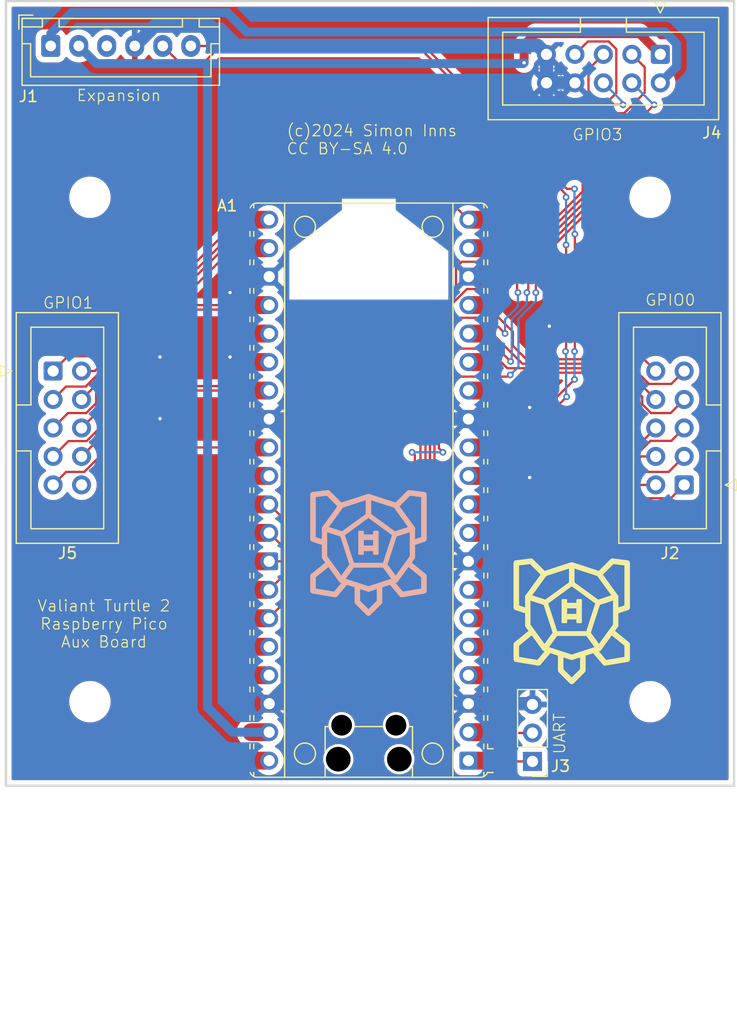
<source format=kicad_pcb>
(kicad_pcb (version 20240108) (generator "pcbnew") (generator_version "8.0")
  (layers (0 "F.Cu" signal) (31 "B.Cu" signal) (34 "B.Paste" user) (35 "F.Paste" user) (36 "B.SilkS" user "B.Silkscreen") (37 "F.SilkS" user "F.Silkscreen") (38 "B.Mask" user) (39 "F.Mask" user) (44 "Edge.Cuts" user))
  (net 0 "")
  (net 1 "Net-(A1-GPIO4)")
  (net 2 "Net-(A1-GPIO3)")
  (net 3 "SCA")
  (net 4 "Net-(A1-GPIO6)")
  (net 5 "Net-(A1-GPIO13)")
  (net 6 "Net-(A1-GPIO2)")
  (net 7 "GND")
  (net 8 "Net-(A1-AGND)")
  (net 9 "Net-(A1-ADC_VREF)")
  (net 10 "Net-(A1-GPIO20)")
  (net 11 "Net-(A1-GPIO10)")
  (net 13 "Net-(A1-GPIO22)")
  (net 15 "Net-(A1-GPIO26_ADC0)")
  (net 16 "Net-(A1-GPIO28_ADC2)")
  (net 17 "Net-(A1-GPIO18)")
  (net 18 "Net-(A1-GPIO11)")
  (net 19 "Net-(A1-GPIO0)")
  (net 20 "Net-(A1-GPIO1)")
  (net 21 "Net-(A1-GPIO12)")
  (net 22 "Net-(A1-GPIO5)")
  (net 24 "Net-(A1-GPIO16)")
  (net 26 "Net-(A1-GPIO27_ADC1)")
  (net 27 "Net-(A1-GPIO15)")
  (net 28 "SCL")
  (net 29 "Net-(A1-GPIO7)")
  (net 30 "Net-(A1-GPIO19)")
  (net 31 "Net-(A1-GPIO21)")
  (net 33 "Net-(A1-GPIO17)")
  (net 36 "Net-(A1-GPIO14)")
  (net 38 "+5V")
  (net 39 "+3V3")
  (footprint "MountingHole:MountingHole_3.2mm_M3" (layer "F.Cu") (at 157.5 67.5)
    (property "Reference" "H2" (hide yes))
    (property "Value" "MountingHole")
  )
  (footprint "Connector_IDC:IDC-Header_2x05_P2.54mm_Vertical" (layer "F.Cu") (at 158.41 54.75 -90)
    (property "Reference" "J4")
    (property "Value" "GPIO3")
  )
  (footprint "MountingHole:MountingHole_3.2mm_M3" (layer "F.Cu") (at 107.5 67.5)
    (property "Reference" "H1" (hide yes))
    (property "Value" "MountingHole")
  )
  (footprint "Connector_IDC:IDC-Header_2x05_P2.54mm_Vertical" (layer "F.Cu") (at 104.21 83)
    (property "Reference" "J5")
    (property "Value" "GPIO1")
  )
  (footprint "MountingHole:MountingHole_3.2mm_M3" (layer "F.Cu") (at 107.5 112.5)
    (property "Reference" "H3" (hide yes))
    (property "Value" "MountingHole")
  )
  (footprint "MountingHole:MountingHole_3.2mm_M3" (layer "F.Cu") (at 157.5 112.5)
    (property "Reference" "H4" (hide yes))
    (property "Value" "MountingHole")
  )
  (footprint "Connector_JST:JST_XH_B6B-XH-A_1x06_P2.50mm_Vertical" (layer "F.Cu") (at 104 54)
    (property "Reference" "J1")
    (property "Value" "Expansion")
  )
  (footprint "Connector_IDC:IDC-Header_2x05_P2.54mm_Vertical" (layer "F.Cu") (at 160.54 93.16 180)
    (property "Reference" "J2")
    (property "Value" "GPIO0")
  )
  (footprint "Module_RaspberryPi_Pico:RaspberryPi_Pico_Common" (layer "F.Cu") (at 132.39 93.63 180)
    (property "Reference" "A1")
    (property "Value" "RaspberryPi_Pico")
  )
  (footprint "Connector_PinHeader_2.54mm:PinHeader_1x03_P2.54mm_Vertical" (layer "F.Cu") (at 147 117.83 180)
    (property "Reference" "J3")
    (property "Value" "UART")
  )
  (gr_poly (pts (xy 132.85439 97.332705) (xy 132.85439 97.662705) (xy 131.86439 97.662705) (xy 131.86439 97.332705) (xy 131.53439 97.332705) (xy 131.53439 99.312705) (xy 131.86439 99.312705) (xy 131.86439 98.982705) (xy 131.86439 98.652705) (xy 131.86439 97.992705) (xy 132.85439 97.992705) (xy 132.85439 98.652705) (xy 131.86439 98.652705) (xy 131.86439 98.982705) (xy 132.85439 98.982705) (xy 132.85439 99.312705) (xy 133.18439 99.312705) (xy 133.18439 97.332705)) (stroke (width 0.165)) (fill solid) (layer "B.SilkS"))
  (gr_poly (pts (xy 137.46878 101.25) (xy 137.45228 101.210205) (xy 137.426045 101.17603) (xy 136.107728 100.1049) (xy 136.439411 99.648384) (xy 136.439411 98.456304) (xy 136.439411 98.109083) (xy 136.439411 96.997026) (xy 135.031393 95.059044) (xy 136.050143 94.040295) (xy 137.14439 94.17708) (xy 137.14439 97.874096) (xy 136.439411 98.109083) (xy 136.439411 98.456304) (xy 137.352092 98.152085) (xy 137.39189 98.1356) (xy 137.426045 98.10938) (xy 137.45228 98.075205) (xy 137.46878 98.03541) (xy 137.47439 97.992705) (xy 137.47439 94.032705) (xy 137.46878 93.990002) (xy 137.45228 93.950205) (xy 137.426045 93.91605) (xy 137.39189 93.889815) (xy 137.352092 93.873314) (xy 137.30939 93.867705) (xy 135.98939 93.702705) (xy 135.946688 93.708314) (xy 135.90689 93.724815) (xy 135.872702 93.75105) (xy 134.798519 94.825233) (xy 132.35939 94.032705) (xy 129.920261 94.825233) (xy 128.846078 93.75105) (xy 128.81189 93.724815) (xy 128.772092 93.708314) (xy 128.72939 93.702705) (xy 127.40939 93.867705) (xy 127.366688 93.873314) (xy 127.32689 93.889815) (xy 127.292735 93.91605) (xy 127.2665 93.950205) (xy 127.25 93.990002) (xy 127.24439 94.032705) (xy 127.24439 97.992705) (xy 127.25 98.03541) (xy 127.2665 98.075205) (xy 127.292735 98.10938) (xy 127.32689 98.1356) (xy 127.366688 98.152085) (xy 128.279369 98.456304) (xy 128.279369 98.109083) (xy 127.57439 97.874096) (xy 127.57439 94.17708) (xy 128.668637 94.040295) (xy 129.687386 95.059044) (xy 128.279369 96.997026) (xy 128.279369 98.109083) (xy 128.279369 98.456304) (xy 128.279369 99.648384) (xy 128.611052 100.1049) (xy 127.292735 101.17603) (xy 127.2665 101.210205) (xy 127.25 101.25) (xy 127.24439 101.292705) (xy 127.24439 102.612705) (xy 127.25 102.655407) (xy 127.2665 102.695205) (xy 127.292735 102.72936) (xy 127.32689 102.755595) (xy 127.366688 102.772095) (xy 129.324086 103.098327) (xy 129.324086 102.76533) (xy 127.57439 102.473709) (xy 127.57439 101.37011) (xy 128.804267 100.370843) (xy 129.837794 101.793381) (xy 129.929788 101.823271) (xy 129.929788 101.386052) (xy 128.593199 99.546408) (xy 128.593199 97.272493) (xy 129.911625 97.700873) (xy 130.013605 98.014732) (xy 130.013605 97.387023) (xy 128.695169 96.958647) (xy 130.031761 95.119002) (xy 132.19439 94.41633) (xy 132.19439 95.802587) (xy 130.013605 97.387023) (xy 130.013605 98.014732) (xy 130.744614 100.264537) (xy 129.929788 101.386052) (xy 129.929788 101.823271) (xy 130.079925 101.872053) (xy 129.324086 102.76533) (xy 129.324086 103.098327) (xy 129.346691 103.102095) (xy 129.38939 103.107705) (xy 129.432095 103.102095) (xy 129.47189 103.085595) (xy 129.506065 103.05936) (xy 130.413565 101.98686) (xy 130.417502 101.981745) (xy 131.20439 102.237429) (xy 131.20439 103.602705) (xy 131.210013 103.645407) (xy 131.2265 103.685205) (xy 131.252719 103.71936) (xy 132.24272 104.70936) (xy 132.27689 104.735595) (xy 132.31669 104.752095) (xy 132.35939 104.757705) (xy 132.35939 104.359362) (xy 131.53439 103.534362) (xy 131.53439 102.344646) (xy 132.35939 102.612705) (xy 132.35939 102.282705) (xy 130.196761 101.58002) (xy 131.011591 100.458505) (xy 133.707189 100.458505) (xy 133.717172 100.472245) (xy 133.717172 100.191535) (xy 131.001608 100.191535) (xy 130.162451 97.608875) (xy 132.35939 96.012705) (xy 134.556329 97.608875) (xy 133.717172 100.191535) (xy 133.717172 100.472245) (xy 134.522019 101.58002) (xy 132.35939 102.282705) (xy 132.35939 102.612705) (xy 133.18439 102.344646) (xy 133.18439 103.534362) (xy 132.35939 104.359362) (xy 132.35939 104.757705) (xy 132.40209 104.752095) (xy 132.44189 104.735595) (xy 132.47606 104.70936) (xy 133.466061 103.71936) (xy 133.49228 103.685205) (xy 133.508767 103.645407) (xy 133.51439 103.602705) (xy 133.51439 102.237429) (xy 134.301278 101.981745) (xy 134.305215 101.98686) (xy 135.212715 103.05936) (xy 135.24689 103.085595) (xy 135.286685 103.102095) (xy 135.32939 103.107705) (xy 135.372089 103.102095) (xy 135.394694 103.098327) (xy 135.394694 102.76533) (xy 134.638855 101.872053) (xy 134.788992 101.823271) (xy 134.788992 101.386052) (xy 133.974166 100.264537) (xy 134.705175 98.014733) (xy 134.705175 97.387023) (xy 132.52439 95.802587) (xy 132.52439 94.41633) (xy 134.687019 95.119002) (xy 136.023611 96.958647) (xy 134.705175 97.387023) (xy 134.705175 98.014733) (xy 134.807155 97.700873) (xy 136.125581 97.272493) (xy 136.125581 99.546408) (xy 134.788992 101.386052) (xy 134.788992 101.823271) (xy 134.880986 101.793381) (xy 135.914513 100.370843) (xy 137.14439 101.37011) (xy 137.14439 102.473709) (xy 135.394694 102.76533) (xy 135.394694 103.098327) (xy 137.352092 102.772095) (xy 137.39189 102.755595) (xy 137.426045 102.72936) (xy 137.45228 102.695205) (xy 137.46878 102.655407) (xy 137.47439 102.612705) (xy 137.47439 101.292705)) (stroke (width 0.165)) (fill solid) (layer "B.SilkS"))
  (gr_poly (pts (xy 145.39561 107.347295) (xy 145.41211 107.3075) (xy 145.438345 107.273325) (xy 146.756662 106.202195) (xy 146.424979 105.745679) (xy 146.424979 104.553599) (xy 146.424979 104.206378) (xy 146.424979 103.094321) (xy 147.832997 101.156339) (xy 146.814247 100.13759) (xy 145.72 100.274375) (xy 145.72 103.971391) (xy 146.424979 104.206378) (xy 146.424979 104.553599) (xy 145.512298 104.24938) (xy 145.4725 104.232895) (xy 145.438345 104.206675) (xy 145.41211 104.1725) (xy 145.39561 104.132705) (xy 145.39 104.09) (xy 145.39 100.13) (xy 145.39561 100.087297) (xy 145.41211 100.0475) (xy 145.438345 100.013345) (xy 145.4725 99.98711) (xy 145.512298 99.970609) (xy 145.555 99.965) (xy 146.875 99.8) (xy 146.917702 99.805609) (xy 146.9575 99.82211) (xy 146.991688 99.848345) (xy 148.065871 100.922528) (xy 150.505 100.13) (xy 152.944129 100.922528) (xy 154.018312 99.848345) (xy 154.0525 99.82211) (xy 154.092298 99.805609) (xy 154.135 99.8) (xy 155.455 99.965) (xy 155.497702 99.970609) (xy 155.5375 99.98711) (xy 155.571655 100.013345) (xy 155.59789 100.0475) (xy 155.61439 100.087297) (xy 155.62 100.13) (xy 155.62 104.09) (xy 155.61439 104.132705) (xy 155.59789 104.1725) (xy 155.571655 104.206675) (xy 155.5375 104.232895) (xy 155.497702 104.24938) (xy 154.585021 104.553599) (xy 154.585021 104.206378) (xy 155.29 103.971391) (xy 155.29 100.274375) (xy 154.195753 100.13759) (xy 153.177004 101.156339) (xy 154.585021 103.094321) (xy 154.585021 104.206378) (xy 154.585021 104.553599) (xy 154.585021 105.745679) (xy 154.253338 106.202195) (xy 155.571655 107.273325) (xy 155.59789 107.3075) (xy 155.61439 107.347295) (xy 155.62 107.39) (xy 155.62 108.71) (xy 155.61439 108.752702) (xy 155.59789 108.7925) (xy 155.571655 108.826655) (xy 155.5375 108.85289) (xy 155.497702 108.86939) (xy 153.540304 109.195622) (xy 153.540304 108.862625) (xy 155.29 108.571004) (xy 155.29 107.467405) (xy 154.060123 106.468138) (xy 153.026596 107.890676) (xy 152.934602 107.920566) (xy 152.934602 107.483347) (xy 154.271191 105.643703) (xy 154.271191 103.369788) (xy 152.952765 103.798168) (xy 152.850785 104.112027) (xy 152.850785 103.484318) (xy 154.169221 103.055942) (xy 152.832629 101.216297) (xy 150.67 100.513625) (xy 150.67 101.899882) (xy 152.850785 103.484318) (xy 152.850785 104.112027) (xy 152.119776 106.361832) (xy 152.934602 107.483347) (xy 152.934602 107.920566) (xy 152.784465 107.969348) (xy 153.540304 108.862625) (xy 153.540304 109.195622) (xy 153.517699 109.19939) (xy 153.475 109.205) (xy 153.432295 109.19939) (xy 153.3925 109.18289) (xy 153.358325 109.156655) (xy 152.450825 108.084155) (xy 152.446888 108.07904) (xy 151.66 108.334724) (xy 151.66 109.7) (xy 151.654377 109.742702) (xy 151.63789 109.7825) (xy 151.611671 109.816655) (xy 150.62167 110.806655) (xy 150.5875 110.83289) (xy 150.5477 110.84939) (xy 150.505 110.855) (xy 150.505 110.456657) (xy 151.33 109.631657) (xy 151.33 108.441941) (xy 150.505 108.71) (xy 150.505 108.38) (xy 152.667629 107.677315) (xy 151.852799 106.5558) (xy 149.157201 106.5558) (xy 149.147218 106.56954) (xy 149.147218 106.28883) (xy 151.862782 106.28883) (xy 152.701939 103.70617) (xy 150.505 102.11) (xy 148.308061 103.70617) (xy 149.147218 106.28883) (xy 149.147218 106.56954) (xy 148.342371 107.677315) (xy 150.505 108.38) (xy 150.505 108.71) (xy 149.68 108.441941) (xy 149.68 109.631657) (xy 150.505 110.456657) (xy 150.505 110.855) (xy 150.4623 110.84939) (xy 150.4225 110.83289) (xy 150.38833 110.806655) (xy 149.398329 109.816655) (xy 149.37211 109.7825) (xy 149.355623 109.742702) (xy 149.35 109.7) (xy 149.35 108.334724) (xy 148.563112 108.07904) (xy 148.559175 108.084155) (xy 147.651675 109.156655) (xy 147.6175 109.18289) (xy 147.577705 109.19939) (xy 147.535 109.205) (xy 147.492301 109.19939) (xy 147.469696 109.195622) (xy 147.469696 108.862625) (xy 148.225535 107.969348) (xy 148.075398 107.920566) (xy 148.075398 107.483347) (xy 148.890224 106.361832) (xy 148.159215 104.112028) (xy 148.159215 103.484318) (xy 150.34 101.899882) (xy 150.34 100.513625) (xy 148.177371 101.216297) (xy 146.840779 103.055942) (xy 148.159215 103.484318) (xy 148.159215 104.112028) (xy 148.057235 103.798168) (xy 146.738809 103.369788) (xy 146.738809 105.643703) (xy 148.075398 107.483347) (xy 148.075398 107.920566) (xy 147.983404 107.890676) (xy 146.949877 106.468138) (xy 145.72 107.467405) (xy 145.72 108.571004) (xy 147.469696 108.862625) (xy 147.469696 109.195622) (xy 145.512298 108.86939) (xy 145.4725 108.85289) (xy 145.438345 108.826655) (xy 145.41211 108.7925) (xy 145.39561 108.752702) (xy 145.39 108.71) (xy 145.39 107.39)) (stroke (width 0.165)) (fill solid) (layer "F.SilkS"))
  (gr_poly (pts (xy 150.01 103.43) (xy 150.01 103.76) (xy 151 103.76) (xy 151 103.43) (xy 151.33 103.43) (xy 151.33 105.41) (xy 151 105.41) (xy 151 105.08) (xy 151 104.75) (xy 151 104.09) (xy 150.01 104.09) (xy 150.01 104.75) (xy 151 104.75) (xy 151 105.08) (xy 150.01 105.08) (xy 150.01 105.41) (xy 149.68 105.41) (xy 149.68 103.43)) (stroke (width 0.165)) (fill solid) (layer "F.SilkS"))
  (gr_line (start 100 50) (end 100 120) (stroke (width 0.2)) (layer "Edge.Cuts"))
  (gr_line (start 165 50) (end 100 50) (stroke (width 0.2)) (layer "Edge.Cuts"))
  (gr_line (start 100 120) (end 165 120) (stroke (width 0.2)) (layer "Edge.Cuts"))
  (gr_line (start 165 120) (end 165 50) (stroke (width 0.2)) (layer "Edge.Cuts"))
  (gr_text "GPIO3" (at 150.5 62.5 0) (layer "F.SilkS") (effects (font (size 1 1) (thickness 0.1)) (justify left bottom)))
  (gr_text "GPIO0" (at 157 77.25 0) (layer "F.SilkS") (effects (font (size 1 1) (thickness 0.1)) (justify left bottom)))
  (gr_text "(c)2024 Simon Inns\nCC BY-SA 4.0" (at 125 63.75 0) (layer "F.SilkS") (effects (font (size 1 1) (thickness 0.1)) (justify left bottom)))
  (gr_text "GPIO1" (at 103.25 77.5 0) (layer "F.SilkS") (effects (font (size 1 1) (thickness 0.1)) (justify left bottom)))
  (gr_text "Expansion" (at 106.25 59 0) (layer "F.SilkS") (effects (font (size 1 1) (thickness 0.1)) (justify left bottom)))
  (gr_text "UART" (at 150 117.25 90) (layer "F.SilkS") (effects (font (size 1 1) (thickness 0.1)) (justify left bottom)))
  (gr_text "Valiant Turtle 2\nRaspberry Pico\nAux Board" (at 108.75 107.75 0) (layer "F.SilkS") (effects (font (size 1 1) (thickness 0.1)) (justify bottom)))
  (segment (start 156 92) (end 159.16 92) (width 0.2) (layer "F.Cu") (net 1))
  (segment (start 149.75 98.25) (end 156 92) (width 0.2) (layer "F.Cu") (net 1))
  (segment (start 141.28 105.06) (end 142.41137 105.06) (width 0.2) (layer "F.Cu") (net 1))
  (segment (start 145.75 98.25) (end 149.75 98.25) (width 0.2) (layer "F.Cu") (net 1))
  (segment (start 142.41137 105.06) (end 145 102.47137) (width 0.2) (layer "F.Cu") (net 1))
  (segment (start 145 99) (end 145.75 98.25) (width 0.2) (layer "F.Cu") (net 1))
  (segment (start 145 102.47137) (end 145 99) (width 0.2) (layer "F.Cu") (net 1))
  (segment (start 159.16 92) (end 160.54 90.62) (width 0.2) (layer "F.Cu") (net 1))
  (segment (start 145.5 102.75) (end 145.5 99.25) (width 0.2) (layer "F.Cu") (net 2))
  (segment (start 145.5 99.25) (end 146 98.75) (width 0.2) (layer "F.Cu") (net 2))
  (segment (start 150 98.75) (end 155.59 93.16) (width 0.2) (layer "F.Cu") (net 2))
  (segment (start 141.28 107.6) (end 142.41137 107.6) (width 0.2) (layer "F.Cu") (net 2))
  (segment (start 145.132843 103.117157) (end 145.5 102.75) (width 0.2) (layer "F.Cu") (net 2))
  (segment (start 155.59 93.16) (end 158 93.16) (width 0.2) (layer "F.Cu") (net 2))
  (segment (start 145.132843 104.878527) (end 145.132843 103.117157) (width 0.2) (layer "F.Cu") (net 2))
  (segment (start 146 98.75) (end 150 98.75) (width 0.2) (layer "F.Cu") (net 2))
  (segment (start 142.41137 107.6) (end 145.132843 104.878527) (width 0.2) (layer "F.Cu") (net 2))
  (segment (start 150.784148 81.215852) (end 150.75 81.25) (width 0.2) (layer "F.Cu") (net 3))
  (segment (start 144.68 89.82) (end 141.28 89.82) (width 0.2) (layer "F.Cu") (net 3))
  (segment (start 150.065686 66.75) (end 137.315686 54) (width 0.2) (layer "F.Cu") (net 3))
  (segment (start 150.75 66.75) (end 150.065686 66.75) (width 0.2) (layer "F.Cu") (net 3))
  (segment (start 150.75 83.75) (end 144.68 89.82) (width 0.2) (layer "F.Cu") (net 3))
  (segment (start 137.315686 54) (end 116.5 54) (width 0.2) (layer "F.Cu") (net 3))
  (segment (start 150.784148 70.784148) (end 150.784148 81.215852) (width 0.2) (layer "F.Cu") (net 3))
  (via (at 150.75 83.75) (size 0.6) (drill 0.3) (layers "F.Cu" "B.Cu") (net 3))
  (via (at 150.75 81.25) (size 0.6) (drill 0.3) (layers "F.Cu" "B.Cu") (net 3))
  (via (at 150.784148 70.784148) (size 0.6) (drill 0.3) (layers "F.Cu" "B.Cu") (net 3))
  (via (at 150.75 66.75) (size 0.6) (drill 0.3) (layers "F.Cu" "B.Cu") (net 3))
  (segment (start 150.75 81.25) (end 150.75 83.75) (width 0.2) (layer "B.Cu") (net 3))
  (segment (start 150.75 66.75) (end 150.75 70.75) (width 0.2) (layer "B.Cu") (net 3))
  (segment (start 150.75 70.75) (end 150.784148 70.784148) (width 0.2) (layer "B.Cu") (net 3))
  (segment (start 141.28 97.44) (end 149.313654 97.44) (width 0.2) (layer "F.Cu") (net 4))
  (segment (start 157.523654 89.23) (end 159.39 89.23) (width 0.2) (layer "F.Cu") (net 4))
  (segment (start 159.39 89.23) (end 160.54 88.08) (width 0.2) (layer "F.Cu") (net 4))
  (segment (start 149.313654 97.44) (end 157.523654 89.23) (width 0.2) (layer "F.Cu") (net 4))
  (segment (start 145.25 80.75) (end 146.45 81.95) (width 0.2) (layer "F.Cu") (net 5))
  (segment (start 156.95 81.95) (end 158 83) (width 0.2) (layer "F.Cu") (net 5))
  (segment (start 142.867794 77.12) (end 145.25 79.502206) (width 0.2) (layer "F.Cu") (net 5))
  (segment (start 145.25 79.502206) (end 145.25 80.75) (width 0.2) (layer "F.Cu") (net 5))
  (segment (start 141.28 77.12) (end 142.867794 77.12) (width 0.2) (layer "F.Cu") (net 5))
  (segment (start 146.45 81.95) (end 156.95 81.95) (width 0.2) (layer "F.Cu") (net 5))
  (segment (start 141.28 110.14) (end 142.41137 110.14) (width 0.2) (layer "F.Cu") (net 6))
  (segment (start 159.35 94.35) (end 160.54 93.16) (width 0.2) (layer "F.Cu") (net 6))
  (segment (start 150.065686 99.25) (end 154.965686 94.35) (width 0.2) (layer "F.Cu") (net 6))
  (segment (start 142.41137 110.14) (end 145.532843 107.018527) (width 0.2) (layer "F.Cu") (net 6))
  (segment (start 146 104.282843) (end 146 99.75) (width 0.2) (layer "F.Cu") (net 6))
  (segment (start 146 99.75) (end 146.5 99.25) (width 0.2) (layer "F.Cu") (net 6))
  (segment (start 145.532843 107.018527) (end 145.532843 104.75) (width 0.2) (layer "F.Cu") (net 6))
  (segment (start 145.532843 104.75) (end 146 104.282843) (width 0.2) (layer "F.Cu") (net 6))
  (segment (start 146.5 99.25) (end 150.065686 99.25) (width 0.2) (layer "F.Cu") (net 6))
  (segment (start 154.965686 94.35) (end 159.35 94.35) (width 0.2) (layer "F.Cu") (net 6))
  (segment (start 113.78 87.28) (end 113.75 87.25) (width 0.8) (layer "F.Cu") (net 7))
  (segment (start 146.93 112.68) (end 147 112.75) (width 0.2) (layer "F.Cu") (net 7))
  (segment (start 141.28 87.28) (end 145.72 87.28) (width 0.8) (layer "F.Cu") (net 7))
  (segment (start 123.5 87.28) (end 113.78 87.28) (width 0.8) (layer "F.Cu") (net 7))
  (segment (start 145.72 87.28) (end 146.75 86.25) (width 0.8) (layer "F.Cu") (net 7))
  (segment (start 113.75 81.75) (end 120 81.75) (width 0.8) (layer "F.Cu") (net 7))
  (via (at 146.75 86.25) (size 0.6) (drill 0.3) (layers "F.Cu" "B.Cu") (net 7))
  (via (at 120 76) (size 0.6) (drill 0.3) (layers "F.Cu" "B.Cu") (net 7))
  (via (at 148.5 79) (size 0.6) (drill 0.3) (layers "F.Cu" "B.Cu") (net 7))
  (via (at 146.75 92.5) (size 0.6) (drill 0.3) (layers "F.Cu" "B.Cu") (net 7))
  (via (at 113.75 87.25) (size 0.6) (drill 0.3) (layers "F.Cu" "B.Cu") (net 7))
  (via (at 120 81.75) (size 0.6) (drill 0.3) (layers "F.Cu" "B.Cu") (net 7))
  (via (at 113.75 81.75) (size 0.6) (drill 0.3) (layers "F.Cu" "B.Cu") (net 7))
  (segment (start 119.975 53.95) (end 147.45 53.95) (width 1.2) (layer "B.Cu") (net 7))
  (segment (start 141.28 87.28) (end 123.5 87.28) (width 1.2) (layer "B.Cu") (net 7))
  (segment (start 123.5 87.28) (end 121.28 87.28) (width 1.2) (layer "B.Cu") (net 7))
  (segment (start 111.5 54) (end 113.275 52.225) (width 1.2) (layer "B.Cu") (net 7))
  (segment (start 141.28 87.28) (end 142.643964 87.28) (width 1.2) (layer "B.Cu") (net 7))
  (segment (start 113.75 87.25) (end 113.75 81.75) (width 0.8) (layer "B.Cu") (net 7))
  (segment (start 148.25 54.75) (end 148.25 57.29) (width 1.2) (layer "B.Cu") (net 7))
  (segment (start 148.25 57.29) (end 148.25 73.76287) (width 1.2) (layer "B.Cu") (net 7))
  (segment (start 139.93 112.68) (end 138.5 111.25) (width 1.2) (layer "B.Cu") (net 7))
  (segment (start 139.02 99.98) (end 141.28 99.98) (width 1.2) (layer "B.Cu") (net 7))
  (segment (start 113.275 52.225) (end 118.25 52.225) (width 1.2) (layer "B.Cu") (net 7))
  (segment (start 147.432869 74.58) (end 141.28 74.58) (width 1.2) (layer "B.Cu") (net 7))
  (segment (start 120 76) (end 120 81.75) (width 1.2) (layer "B.Cu") (net 7))
  (segment (start 142.643964 87.28) (end 148.5 81.423964) (width 1.2) (layer "B.Cu") (net 7))
  (segment (start 148.5 81.423964) (end 148.5 75.647131) (width 1.2) (layer "B.Cu") (net 7))
  (segment (start 141.28 99.98) (end 142.88 98.38) (width 1.2) (layer "B.Cu") (net 7))
  (segment (start 141.28 112.68) (end 123.5 112.68) (width 1.2) (layer "B.Cu") (net 7))
  (segment (start 146.93 112.68) (end 147 112.75) (width 1.2) (layer "B.Cu") (net 7))
  (segment (start 125.110031 88.890031) (end 123.5 87.28) (width 1.2) (layer "B.Cu") (net 7))
  (segment (start 148.25 54.75) (end 147.5 54) (width 0.8) (layer "B.Cu") (net 7))
  (segment (start 148.25 73.76287) (end 147.43287 74.58) (width 1.2) (layer "B.Cu") (net 7))
  (segment (start 118.25 52.225) (end 119.975 53.95) (width 1.2) (layer "B.Cu") (net 7))
  (segment (start 138.5 111.25) (end 138.5 100.5) (width 1.2) (layer "B.Cu") (net 7))
  (segment (start 141.28 112.68) (end 139.93 112.68) (width 1.2) (layer "B.Cu") (net 7))
  (segment (start 142.88 88.88) (end 141.28 87.28) (width 1.2) (layer "B.Cu") (net 7))
  (segment (start 120.67 74.58) (end 120 75.25) (width 1.2) (layer "B.Cu") (net 7))
  (segment (start 121.28 87.28) (end 120 86) (width 1.2) (layer "B.Cu") (net 7))
  (segment (start 142.88 98.38) (end 142.88 88.88) (width 1.2) (layer "B.Cu") (net 7))
  (segment (start 141.28 112.68) (end 146.93 112.68) (width 1.2) (layer "B.Cu") (net 7))
  (segment (start 147.43287 74.58) (end 147.432869 74.58) (width 1.2) (layer "B.Cu") (net 7))
  (segment (start 123.5 112.68) (end 125.110031 111.069969) (width 1.2) (layer "B.Cu") (net 7))
  (segment (start 148.5 75.647131) (end 147.432869 74.58) (width 1.2) (layer "B.Cu") (net 7))
  (segment (start 120 75.25) (end 120 76) (width 1.2) (layer "B.Cu") (net 7))
  (segment (start 120 81.75) (end 120 86) (width 1.2) (layer "B.Cu") (net 7))
  (segment (start 146.75 86.25) (end 146.75 92.5) (width 0.8) (layer "B.Cu") (net 7))
  (segment (start 150.79 57.29) (end 148.25 57.29) (width 1.2) (layer "B.Cu") (net 7))
  (segment (start 123.5 74.58) (end 120.67 74.58) (width 1.2) (layer "B.Cu") (net 7))
  (segment (start 147.45 53.95) (end 148.25 54.75) (width 1.2) (layer "B.Cu") (net 7))
  (segment (start 125.110031 111.069969) (end 125.110031 88.890031) (width 1.2) (layer "B.Cu") (net 7))
  (segment (start 138.5 100.5) (end 139.02 99.98) (width 1.2) (layer "B.Cu") (net 7))
  (segment (start 150.79 54.75) (end 151.94 53.6) (width 0.2) (layer "F.Cu") (net 8))
  (segment (start 137.45 97.984314) (end 135.454314 99.98) (width 0.2) (layer "F.Cu") (net 8))
  (segment (start 154.48 54.273654) (end 154.48 58.204314) (width 0.2) (layer "F.Cu") (net 8))
  (segment (start 151.94 53.6) (end 153.806346 53.6) (width 0.2) (layer "F.Cu") (net 8))
  (segment (start 141.137077 75.690031) (end 137.45 79.377108) (width 0.2) (layer "F.Cu") (net 8))
  (segment (start 144.809969 75.690031) (end 141.137077 75.690031) (width 0.2) (layer "F.Cu") (net 8))
  (segment (start 151.878511 60.805803) (end 151.878511 67.144197) (width 0.2) (layer "F.Cu") (net 8))
  (segment (start 153.806346 53.6) (end 154.48 54.273654) (width 0.2) (layer "F.Cu") (net 8))
  (segment (start 145 74.022708) (end 145 75.5) (width 0.2) (layer "F.Cu") (net 8))
  (segment (start 154.48 58.204314) (end 151.878511 60.805803) (width 0.2) (layer "F.Cu") (net 8))
  (segment (start 137.45 79.377108) (end 137.45 97.984314) (width 0.2) (layer "F.Cu") (net 8))
  (segment (start 151.878511 67.144197) (end 145 74.022708) (width 0.2) (layer "F.Cu") (net 8))
  (segment (start 135.454314 99.98) (end 123.5 99.98) (width 0.2) (layer "F.Cu") (net 8))
  (segment (start 145 75.5) (end 144.809969 75.690031) (width 0.2) (layer "F.Cu") (net 8))
  (segment (start 146.625 73.52908) (end 152.75 67.40408) (width 0.2) (layer "F.Cu") (net 9))
  (segment (start 124.792843 101.792843) (end 125.792843 100.792843) (width 0.2) (layer "F.Cu") (net 9))
  (segment (start 155.87 54.75) (end 157.02 55.9) (width 0.2) (layer "F.Cu") (net 9))
  (segment (start 135.957157 100.792843) (end 138.25 98.5) (width 0.2) (layer "F.Cu") (net 9))
  (segment (start 152.75 67.40408) (end 152.75 61.25) (width 0.2) (layer "F.Cu") (net 9))
  (segment (start 146.5 76) (end 146.625 75.875) (width 0.2) (layer "F.Cu") (net 9))
  (segment (start 138.25 98.5) (end 138.25 82.25) (width 0.2) (layer "F.Cu") (net 9))
  (segment (start 125.792843 100.792843) (end 135.957157 100.792843) (width 0.2) (layer "F.Cu") (net 9))
  (segment (start 143.899265 81) (end 145.049265 82.15) (width 0.2) (layer "F.Cu") (net 9))
  (segment (start 139.5 81) (end 143.899265 81) (width 0.2) (layer "F.Cu") (net 9))
  (segment (start 138.25 82.25) (end 139.5 81) (width 0.2) (layer "F.Cu") (net 9))
  (segment (start 157.02 55.9) (end 157.02 58.15853) (width 0.2) (layer "F.Cu") (net 9))
  (segment (start 154 60) (end 155.17853 60) (width 0.2) (layer "F.Cu") (net 9))
  (segment (start 157.02 58.15853) (end 155.17853 60) (width 0.2) (layer "F.Cu") (net 9))
  (segment (start 124.792843 103.707157) (end 124.792843 101.792843) (width 0.2) (layer "F.Cu") (net 9))
  (segment (start 146.625 75.875) (end 146.625 73.52908) (width 0.2) (layer "F.Cu") (net 9))
  (segment (start 123.5 105.06) (end 123.5 105) (width 0.2) (layer "F.Cu") (net 9))
  (segment (start 152.75 61.25) (end 154 60) (width 0.2) (layer "F.Cu") (net 9))
  (segment (start 123.5 105) (end 124.792843 103.707157) (width 0.2) (layer "F.Cu") (net 9))
  (via (at 146.5 76) (size 0.6) (drill 0.3) (layers "F.Cu" "B.Cu") (net 9))
  (via (at 145.049265 82.15) (size 0.6) (drill 0.3) (layers "F.Cu" "B.Cu") (net 9))
  (segment (start 145.049265 82.15) (end 145.149265 82.05) (width 0.2) (layer "B.Cu") (net 9))
  (segment (start 145.149265 78.366418) (end 146.5 77.015683) (width 0.2) (layer "B.Cu") (net 9))
  (segment (start 146.5 77.015683) (end 146.5 76) (width 0.2) (layer "B.Cu") (net 9))
  (segment (start 145.149265 82.05) (end 145.149265 78.366418) (width 0.2) (layer "B.Cu") (net 9))
  (segment (start 120.5 84.34) (end 109.647058 84.34) (width 0.2) (layer "F.Cu") (net 10))
  (segment (start 108.993529 87.462817) (end 107.206346 89.25) (width 0.2) (layer "F.Cu") (net 10))
  (segment (start 105.58 89.25) (end 104.21 90.62) (width 0.2) (layer "F.Cu") (net 10))
  (segment (start 122.64 82.2) (end 120.5 84.34) (width 0.2) (layer "F.Cu") (net 10))
  (segment (start 123.5 82.2) (end 122.64 82.2) (width 0.2) (layer "F.Cu") (net 10))
  (segment (start 108.993529 84.993529) (end 108.993529 87.462817) (width 0.2) (layer "F.Cu") (net 10))
  (segment (start 109.647058 84.34) (end 108.993529 84.993529) (width 0.2) (layer "F.Cu") (net 10))
  (segment (start 107.206346 89.25) (end 105.58 89.25) (width 0.2) (layer "F.Cu") (net 10))
  (segment (start 157.583654 86.75) (end 159.33 86.75) (width 0.2) (layer "F.Cu") (net 11))
  (segment (start 141.28 84.74) (end 144.476858 84.74) (width 0.2) (layer "F.Cu") (net 11))
  (segment (start 146 83.15) (end 154.65 83.15) (width 0.2) (layer "F.Cu") (net 11))
  (segment (start 159.33 86.75) (end 160.54 85.54) (width 0.2) (layer "F.Cu") (net 11))
  (segment (start 156.791827 85.291827) (end 156.791827 85.958173) (width 0.2) (layer "F.Cu") (net 11))
  (segment (start 144.476858 84.74) (end 146 83.216858) (width 0.2) (layer "F.Cu") (net 11))
  (segment (start 156.791827 85.958173) (end 157.583654 86.75) (width 0.2) (layer "F.Cu") (net 11))
  (segment (start 146 83.216858) (end 146 83.15) (width 0.2) (layer "F.Cu") (net 11))
  (segment (start 154.65 83.15) (end 156.791827 85.291827) (width 0.2) (layer "F.Cu") (net 11))
  (segment (start 106.996346 92) (end 105.37 92) (width 0.2) (layer "F.Cu") (net 13))
  (segment (start 105.37 92) (end 104.21 93.16) (width 0.2) (layer "F.Cu") (net 13))
  (segment (start 109.176346 89.82) (end 106.996346 92) (width 0.2) (layer "F.Cu") (net 13))
  (segment (start 123.5 89.82) (end 109.176346 89.82) (width 0.2) (layer "F.Cu") (net 13))
  (segment (start 123.5 94.9) (end 125.062843 96.462843) (width 0.2) (layer "F.Cu") (net 15))
  (segment (start 125.062843 98.437157) (end 125.805686 99.18) (width 0.2) (layer "F.Cu") (net 15))
  (segment (start 136.5 90.5) (end 136.25 90.25) (width 0.2) (layer "F.Cu") (net 15))
  (segment (start 138.65 84.85) (end 140 83.5) (width 0.2) (layer "F.Cu") (net 15))
  (segment (start 138.65 89.9) (end 138.65 84.85) (width 0.2) (layer "F.Cu") (net 15))
  (segment (start 125.062843 96.462843) (end 125.062843 98.437157) (width 0.2) (layer "F.Cu") (net 15))
  (segment (start 144.868329 83.5) (end 145.018329 83.35) (width 0.2) (layer "F.Cu") (net 15))
  (segment (start 154.35 60.4) (end 153.25 61.5) (width 0.2) (layer "F.Cu") (net 15))
  (segment (start 136.5 97.75) (end 136.5 90.5) (width 0.2) (layer "F.Cu") (net 15))
  (segment (start 125.805686 99.18) (end 135.07 99.18) (width 0.2) (layer "F.Cu") (net 15))
  (segment (start 139 90.25) (end 138.65 89.9) (width 0.2) (layer "F.Cu") (net 15))
  (segment (start 156.71 60.4) (end 154.35 60.4) (width 0.2) (layer "F.Cu") (net 15))
  (segment (start 153.25 67.469766) (end 147.299997 73.419769) (width 0.2) (layer "F.Cu") (net 15))
  (segment (start 135.07 99.18) (end 136.5 97.75) (width 0.2) (layer "F.Cu") (net 15))
  (segment (start 140 83.5) (end 144.868329 83.5) (width 0.2) (layer "F.Cu") (net 15))
  (segment (start 157.86 59.25) (end 156.71 60.4) (width 0.2) (layer "F.Cu") (net 15))
  (segment (start 147.299997 73.419769) (end 147.299997 76.002763) (width 0.2) (layer "F.Cu") (net 15))
  (segment (start 153.25 61.5) (end 153.25 67.469766) (width 0.2) (layer "F.Cu") (net 15))
  (via (at 157.86 59.25) (size 0.6) (drill 0.3) (layers "F.Cu" "B.Cu") (net 15))
  (via (at 147.299997 76.002763) (size 0.6) (drill 0.3) (layers "F.Cu" "B.Cu") (net 15))
  (via (at 136.25 90.25) (size 0.6) (drill 0.3) (layers "F.Cu" "B.Cu") (net 15))
  (via (at 139 90.25) (size 0.6) (drill 0.3) (layers "F.Cu" "B.Cu") (net 15))
  (via (at 145.018329 83.35) (size 0.6) (drill 0.3) (layers "F.Cu" "B.Cu") (net 15))
  (segment (start 147.299997 76.781372) (end 147.299997 76.002763) (width 0.2) (layer "B.Cu") (net 15))
  (segment (start 157.83 59.25) (end 155.87 57.29) (width 0.2) (layer "B.Cu") (net 15))
  (segment (start 136.25 90.25) (end 139 90.25) (width 0.2) (layer "B.Cu") (net 15))
  (segment (start 145.75 82.618329) (end 145.75 78.331369) (width 0.2) (layer "B.Cu") (net 15))
  (segment (start 157.86 59.25) (end 157.83 59.25) (width 0.2) (layer "B.Cu") (net 15))
  (segment (start 145.018329 83.35) (end 145.75 82.618329) (width 0.2) (layer "B.Cu") (net 15))
  (segment (start 145.75 78.331369) (end 147.299997 76.781372) (width 0.2) (layer "B.Cu") (net 15))
  (segment (start 140.5 78.25) (end 137.85 80.9) (width 0.2) (layer "F.Cu") (net 16))
  (segment (start 137.85 98.15) (end 135.62 100.38) (width 0.2) (layer "F.Cu") (net 16))
  (segment (start 144.549265 79.65) (end 143.149265 78.25) (width 0.2) (layer "F.Cu") (net 16))
  (segment (start 137.85 80.9) (end 137.85 98.15) (width 0.2) (layer "F.Cu") (net 16))
  (segment (start 152.278511 67.309883) (end 152.278511 60.971489) (width 0.2) (layer "F.Cu") (net 16))
  (segment (start 125.64 100.38) (end 123.5 102.52) (width 0.2) (layer "F.Cu") (net 16))
  (segment (start 145.625 73.963394) (end 152.278511 67.309883) (width 0.2) (layer "F.Cu") (net 16))
  (segment (start 135.62 100.38) (end 125.64 100.38) (width 0.2) (layer "F.Cu") (net 16))
  (segment (start 145.625 75.925003) (end 145.625 73.963394) (width 0.2) (layer "F.Cu") (net 16))
  (segment (start 145.699997 76) (end 145.625 75.925003) (width 0.2) (layer "F.Cu") (net 16))
  (segment (start 154 59.25) (end 155.08 59.25) (width 0.2) (layer "F.Cu") (net 16))
  (segment (start 152.278511 60.971489) (end 154 59.25) (width 0.2) (layer "F.Cu") (net 16))
  (segment (start 143.149265 78.25) (end 140.5 78.25) (width 0.2) (layer "F.Cu") (net 16))
  (via (at 145.699997 76) (size 0.6) (drill 0.3) (layers "F.Cu" "B.Cu") (net 16))
  (via (at 144.549265 79.65) (size 0.6) (drill 0.3) (layers "F.Cu" "B.Cu") (net 16))
  (via (at 155.08 59.25) (size 0.6) (drill 0.3) (layers "F.Cu" "B.Cu") (net 16))
  (segment (start 144.549265 79.65) (end 144.549265 78.400732) (width 0.2) (layer "B.Cu") (net 16))
  (segment (start 145.699997 76) (end 145.699997 77.25) (width 0.2) (layer "B.Cu") (net 16))
  (segment (start 155.08 59.04) (end 153.33 57.29) (width 0.2) (layer "B.Cu") (net 16))
  (segment (start 144.549265 78.400732) (end 145.699997 77.25) (width 0.2) (layer "B.Cu") (net 16))
  (segment (start 155.08 59.25) (end 155.08 59.04) (width 0.2) (layer "B.Cu") (net 16))
  (segment (start 107.166346 86.75) (end 105.54 86.75) (width 0.2) (layer "F.Cu") (net 17))
  (segment (start 105.54 86.75) (end 104.21 88.08) (width 0.2) (layer "F.Cu") (net 17))
  (segment (start 108.052843 85.863503) (end 107.166346 86.75) (width 0.2) (layer "F.Cu") (net 17))
  (segment (start 108.052843 84.802843) (end 108.052843 85.863503) (width 0.2) (layer "F.Cu") (net 17))
  (segment (start 115.735686 77.12) (end 108.052843 84.802843) (width 0.2) (layer "F.Cu") (net 17))
  (segment (start 123.5 77.12) (end 115.735686 77.12) (width 0.2) (layer "F.Cu") (net 17))
  (segment (start 141.28 82.2) (end 144.2 82.2) (width 0.2) (layer "F.Cu") (net 18))
  (segment (start 155.21 82.75) (end 158 85.54) (width 0.2) (layer "F.Cu") (net 18))
  (segment (start 144.2 82.2) (end 144.75 82.75) (width 0.2) (layer "F.Cu") (net 18))
  (segment (start 144.75 82.75) (end 155.21 82.75) (width 0.2) (layer "F.Cu") (net 18))
  (segment (start 144.24 117.76) (end 144.31 117.83) (width 0.2) (layer "F.Cu") (net 19))
  (segment (start 141.28 117.76) (end 144.24 117.76) (width 0.2) (layer "F.Cu") (net 19))
  (segment (start 144.31 117.83) (end 147 117.83) (width 0.2) (layer "F.Cu") (net 19))
  (segment (start 143.79 115.29) (end 147 115.29) (width 0.2) (layer "F.Cu") (net 20))
  (segment (start 143.72 115.22) (end 143.79 115.29) (width 0.2) (layer "F.Cu") (net 20))
  (segment (start 141.28 115.22) (end 143.72 115.22) (width 0.2) (layer "F.Cu") (net 20))
  (segment (start 141.28 79.66) (end 143.41 79.66) (width 0.2) (layer "F.Cu") (net 21))
  (segment (start 146.1 82.35) (end 155.6 82.35) (width 0.2) (layer "F.Cu") (net 21))
  (segment (start 143.41 79.66) (end 146.1 82.35) (width 0.2) (layer "F.Cu") (net 21))
  (segment (start 157.4 84.15) (end 159.39 84.15) (width 0.2) (layer "F.Cu") (net 21))
  (segment (start 159.39 84.15) (end 160.54 83) (width 0.2) (layer "F.Cu") (net 21))
  (segment (start 155.6 82.35) (end 157.4 84.15) (width 0.2) (layer "F.Cu") (net 21))
  (segment (start 156.69934 90.62) (end 158 90.62) (width 0.2) (layer "F.Cu") (net 22))
  (segment (start 144.5 100.43137) (end 144.5 98.75) (width 0.2) (layer "F.Cu") (net 22))
  (segment (start 142.41137 102.52) (end 144.5 100.43137) (width 0.2) (layer "F.Cu") (net 22))
  (segment (start 141.28 102.52) (end 142.41137 102.52) (width 0.2) (layer "F.Cu") (net 22))
  (segment (start 145.41 97.84) (end 149.47934 97.84) (width 0.2) (layer "F.Cu") (net 22))
  (segment (start 144.5 98.75) (end 145.41 97.84) (width 0.2) (layer "F.Cu") (net 22))
  (segment (start 149.47934 97.84) (end 156.69934 90.62) (width 0.2) (layer "F.Cu") (net 22))
  (segment (start 122 69.5) (end 107.11 84.39) (width 0.2) (layer "F.Cu") (net 24))
  (segment (start 107.11 84.39) (end 105.36 84.39) (width 0.2) (layer "F.Cu") (net 24))
  (segment (start 123.5 69.5) (end 122 69.5) (width 0.2) (layer "F.Cu") (net 24))
  (segment (start 105.36 84.39) (end 104.21 85.54) (width 0.2) (layer "F.Cu") (net 24))
  (segment (start 152 60) (end 152 56.08) (width 0.2) (layer "F.Cu") (net 26))
  (segment (start 123.5 97.44) (end 125.64 99.58) (width 0.2) (layer "F.Cu") (net 26))
  (segment (start 151.478511 66.978511) (end 151.478511 60.521489) (width 0.2) (layer "F.Cu") (net 26))
  (segment (start 145.207022 73.25) (end 151.478511 66.978511) (width 0.2) (layer "F.Cu") (net 26))
  (segment (start 140.690418 73.25) (end 145.207022 73.25) (width 0.2) (layer "F.Cu") (net 26))
  (segment (start 140.169969 73.770449) (end 140.690418 73.25) (width 0.2) (layer "F.Cu") (net 26))
  (segment (start 125.64 99.58) (end 135.288628 99.58) (width 0.2) (layer "F.Cu") (net 26))
  (segment (start 151.478511 60.521489) (end 152 60) (width 0.2) (layer "F.Cu") (net 26))
  (segment (start 152 56.08) (end 153.33 54.75) (width 0.2) (layer "F.Cu") (net 26))
  (segment (start 137 97.868628) (end 137 79.261422) (width 0.2) (layer "F.Cu") (net 26))
  (segment (start 140.169969 76.091453) (end 140.169969 73.770449) (width 0.2) (layer "F.Cu") (net 26))
  (segment (start 135.288628 99.58) (end 137 97.868628) (width 0.2) (layer "F.Cu") (net 26))
  (segment (start 137 79.261422) (end 140.169969 76.091453) (width 0.2) (layer "F.Cu") (net 26))
  (segment (start 138.81 67.03) (end 141.28 69.5) (width 0.2) (layer "F.Cu") (net 27))
  (segment (start 106.75 83) (end 107.934314 83) (width 0.2) (layer "F.Cu") (net 27))
  (segment (start 120.375 69.375) (end 122.72 67.03) (width 0.2) (layer "F.Cu") (net 27))
  (segment (start 122.72 67.03) (end 138.81 67.03) (width 0.2) (layer "F.Cu") (net 27))
  (segment (start 107.934314 83) (end 120.375 70.559314) (width 0.2) (layer "F.Cu") (net 27))
  (segment (start 120.375 70.559314) (end 120.375 69.375) (width 0.2) (layer "F.Cu") (net 27))
  (segment (start 150 71.75) (end 150 81.199997) (width 0.2) (layer "F.Cu") (net 28))
  (segment (start 150 81.199997) (end 149.949997 81.25) (width 0.2) (layer "F.Cu") (net 28))
  (segment (start 150.049265 85.299265) (end 142.98853 92.36) (width 0.2) (layer "F.Cu") (net 28))
  (segment (start 150 67.5) (end 150 67.25) (width 0.2) (layer "F.Cu") (net 28))
  (segment (start 115.275 55.275) (end 114 54) (width 0.2) (layer "F.Cu") (net 28))
  (segment (start 117.875 55.275) (end 115.275 55.275) (width 0.2) (layer "F.Cu") (net 28))
  (segment (start 150 67.25) (end 137.15 54.4) (width 0.2) (layer "F.Cu") (net 28))
  (segment (start 118.75 54.4) (end 117.875 55.275) (width 0.2) (layer "F.Cu") (net 28))
  (segment (start 142.98853 92.36) (end 141.28 92.36) (width 0.2) (layer "F.Cu") (net 28))
  (segment (start 137.15 54.4) (end 118.75 54.4) (width 0.2) (layer "F.Cu") (net 28))
  (via (at 150 71.75) (size 0.6) (drill 0.3) (layers "F.Cu" "B.Cu") (net 28))
  (via (at 150 67.5) (size 0.6) (drill 0.3) (layers "F.Cu" "B.Cu") (net 28))
  (via (at 150.049265 85.299265) (size 0.6) (drill 0.3) (layers "F.Cu" "B.Cu") (net 28))
  (via (at 149.949997 81.25) (size 0.6) (drill 0.3) (layers "F.Cu" "B.Cu") (net 28))
  (segment (start 150 67.5) (end 150 71.75) (width 0.2) (layer "B.Cu") (net 28))
  (segment (start 149.949997 81.25) (end 150 81.300003) (width 0.2) (layer "B.Cu") (net 28))
  (segment (start 150 81.300003) (end 150 85.25) (width 0.2) (layer "B.Cu") (net 28))
  (segment (start 150 85.25) (end 150.049265 85.299265) (width 0.2) (layer "B.Cu") (net 28))
  (segment (start 142.9 94.9) (end 145 97) (width 0.2) (layer "F.Cu") (net 29))
  (segment (start 149.08 97) (end 158 88.08) (width 0.2) (layer "F.Cu") (net 29))
  (segment (start 145 97) (end 149.08 97) (width 0.2) (layer "F.Cu") (net 29))
  (segment (start 141.28 94.9) (end 142.9 94.9) (width 0.2) (layer "F.Cu") (net 29))
  (segment (start 108.585686 84.835686) (end 108.585686 86.244314) (width 0.2) (layer "F.Cu") (net 30))
  (segment (start 122.884364 79.66) (end 120.744364 77.52) (width 0.2) (layer "F.Cu") (net 30))
  (segment (start 115.901372 77.52) (end 108.585686 84.835686) (width 0.2) (layer "F.Cu") (net 30))
  (segment (start 123.5 79.66) (end 122.884364 79.66) (width 0.2) (layer "F.Cu") (net 30))
  (segment (start 108.585686 86.244314) (end 106.75 88.08) (width 0.2) (layer "F.Cu") (net 30))
  (segment (start 120.744364 77.52) (end 115.901372 77.52) (width 0.2) (layer "F.Cu") (net 30))
  (segment (start 123.5 84.74) (end 110.153529 84.74) (width 0.2) (layer "F.Cu") (net 31))
  (segment (start 109.393529 85.5) (end 109.393529 87.976471) (width 0.2) (layer "F.Cu") (net 31))
  (segment (start 109.393529 87.976471) (end 106.75 90.62) (width 0.2) (layer "F.Cu") (net 31))
  (segment (start 110.153529 84.74) (end 109.393529 85.5) (width 0.2) (layer "F.Cu") (net 31))
  (segment (start 120.25 72.04) (end 106.75 85.54) (width 0.2) (layer "F.Cu") (net 33))
  (segment (start 123.5 72.04) (end 120.25 72.04) (width 0.2) (layer "F.Cu") (net 33))
  (segment (start 108.684314 81.684314) (end 108.684314 81.565686) (width 0.2) (layer "F.Cu") (net 36))
  (segment (start 142.41137 72.04) (end 141.28 72.04) (width 0.2) (layer "F.Cu") (net 36))
  (segment (start 143.98 68.98) (end 143.98 70.47137) (width 0.2) (layer "F.Cu") (net 36))
  (segment (start 119.75 70.5) (end 119.75 69.38) (width 0.2) (layer "F.Cu") (net 36))
  (segment (start 119.75 69.38) (end 122.5 66.63) (width 0.2) (layer "F.Cu") (net 36))
  (segment (start 108.684314 81.565686) (end 119.75 70.5) (width 0.2) (layer "F.Cu") (net 36))
  (segment (start 105.525686 81.684314) (end 108.684314 81.684314) (width 0.2) (layer "F.Cu") (net 36))
  (segment (start 104.21 83) (end 105.525686 81.684314) (width 0.2) (layer "F.Cu") (net 36))
  (segment (start 122.5 66.63) (end 141.63 66.63) (width 0.2) (layer "F.Cu") (net 36))
  (segment (start 141.63 66.63) (end 143.98 68.98) (width 0.2) (layer "F.Cu") (net 36))
  (segment (start 143.98 70.47137) (end 142.41137 72.04) (width 0.2) (layer "F.Cu") (net 36))
  (segment (start 146.25 53.9) (end 147.25 52.9) (width 0.8) (layer "F.Cu") (net 38))
  (segment (start 147.25 52.9) (end 156.56 52.9) (width 0.8) (layer "F.Cu") (net 38))
  (segment (start 156.56 52.9) (end 158.41 54.75) (width 0.8) (layer "F.Cu") (net 38))
  (segment (start 146.25 55.5) (end 146.25 53.9) (width 0.8) (layer "F.Cu") (net 38))
  (via (at 146.25 55.5) (size 0.6) (drill 0.3) (layers "F.Cu" "B.Cu") (net 38))
  (segment (start 123.5 115.22) (end 120.22 115.22) (width 0.8) (layer "B.Cu") (net 38))
  (segment (start 118.25 55.575) (end 118 55.825) (width 0.8) (layer "B.Cu") (net 38))
  (segment (start 146.175 55.575) (end 118.25 55.575) (width 0.8) (layer "B.Cu") (net 38))
  (segment (start 108.075 55.575) (end 116.25 55.575) (width 0.8) (layer "B.Cu") (net 38))
  (segment (start 146.25 55.5) (end 146.175 55.575) (width 0.8) (layer "B.Cu") (net 38))
  (segment (start 116.25 55.575) (end 117.75 55.575) (width 0.8) (layer "B.Cu") (net 38))
  (segment (start 120.22 115.22) (end 118 113) (width 0.8) (layer "B.Cu") (net 38))
  (segment (start 118 55.825) (end 117.75 55.575) (width 0.8) (layer "B.Cu") (net 38))
  (segment (start 118 113) (end 118 55.825) (width 0.8) (layer "B.Cu") (net 38))
  (segment (start 106.5 54) (end 108.075 55.575) (width 0.8) (layer "B.Cu") (net 38))
  (segment (start 121.475 52.75) (end 119.75 51.025) (width 0.8) (layer "B.Cu") (net 39))
  (segment (start 119.75 51.025) (end 105.875 51.025) (width 0.8) (layer "B.Cu") (net 39))
  (segment (start 158.41 57.29) (end 159.86 55.84) (width 0.8) (layer "B.Cu") (net 39))
  (segment (start 159.86 53.79099) (end 158.81901 52.75) (width 0.8) (layer "B.Cu") (net 39))
  (segment (start 105.875 51.025) (end 104 52.9) (width 0.8) (layer "B.Cu") (net 39))
  (segment (start 158.81901 52.75) (end 121.475 52.75) (width 0.8) (layer "B.Cu") (net 39))
  (segment (start 159.86 55.84) (end 159.86 53.79099) (width 0.8) (layer "B.Cu") (net 39))
  (segment (start 104 52.9) (end 104 54) (width 0.8) (layer "B.Cu") (net 39))
  (zone (net 7) (net_name "GND") (layer "F.Cu") (priority 1) (connect_pads (clearance 0.5)) (min_thickness 0.25) (fill yes (thermal_gap 0.5) (thermal_bridge_width 0.5))
    (polygon (pts (xy 100 50) (xy 165 50) (xy 165 120) (xy 100 120)))
  )
  (zone (net 7) (net_name "GND") (layer "B.Cu") (connect_pads (clearance 0.5)) (min_thickness 0.25) (fill yes (thermal_gap 0.5) (thermal_bridge_width 0.5))
    (polygon (pts (xy 100 50) (xy 165 50) (xy 165 120) (xy 100 120)))
  )
)
</source>
